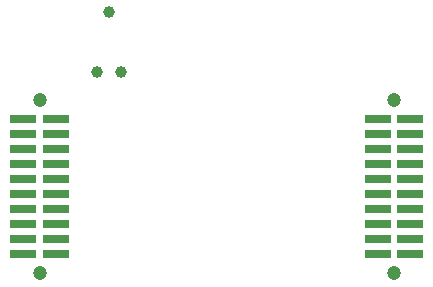
<source format=gbs>
G04 #@! TF.FileFunction,Soldermask,Bot*
%FSLAX46Y46*%
G04 Gerber Fmt 4.6, Leading zero omitted, Abs format (unit mm)*
G04 Created by KiCad (PCBNEW 0.201601071449+6428~40~ubuntu14.04.1-stable) date Mon 08 Feb 2016 03:55:41 GMT*
%MOMM*%
G01*
G04 APERTURE LIST*
%ADD10C,0.100000*%
%ADD11C,1.000000*%
%ADD12R,2.220000X0.740000*%
%ADD13C,1.200000*%
G04 APERTURE END LIST*
D10*
D11*
X90845000Y-85210000D03*
X89829000Y-90290000D03*
X91861000Y-90290000D03*
D12*
X113635000Y-94285000D03*
X116365000Y-94285000D03*
X113635000Y-95555000D03*
X116365000Y-95555000D03*
X113635000Y-96825000D03*
X116365000Y-96825000D03*
X113635000Y-98095000D03*
X116365000Y-98095000D03*
X113635000Y-99365000D03*
X116365000Y-99365000D03*
X113635000Y-100635000D03*
X116365000Y-100635000D03*
X113635000Y-101905000D03*
X116365000Y-101905000D03*
X113635000Y-103175000D03*
X116365000Y-103175000D03*
X113635000Y-104445000D03*
X116365000Y-104445000D03*
X113635000Y-105715000D03*
X116365000Y-105715000D03*
D13*
X115000000Y-107305000D03*
X115000000Y-92695000D03*
D12*
X83635000Y-94285000D03*
X86365000Y-94285000D03*
X83635000Y-95555000D03*
X86365000Y-95555000D03*
X83635000Y-96825000D03*
X86365000Y-96825000D03*
X83635000Y-98095000D03*
X86365000Y-98095000D03*
X83635000Y-99365000D03*
X86365000Y-99365000D03*
X83635000Y-100635000D03*
X86365000Y-100635000D03*
X83635000Y-101905000D03*
X86365000Y-101905000D03*
X83635000Y-103175000D03*
X86365000Y-103175000D03*
X83635000Y-104445000D03*
X86365000Y-104445000D03*
X83635000Y-105715000D03*
X86365000Y-105715000D03*
D13*
X85000000Y-107305000D03*
X85000000Y-92695000D03*
M02*

</source>
